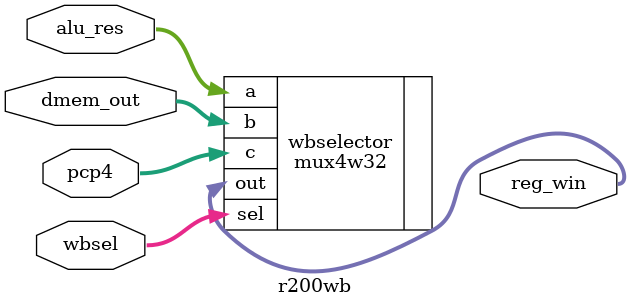
<source format=v>
module r200wb(
	wbsel,
	dmem_out,
	alu_res,
	pcp4,
	reg_win //instrn [11:7]
);
//input
input wire [1:0] wbsel;
input wire [31:0] dmem_out;
input wire [31:0] alu_res;
input wire [31:0] pcp4;
//output
output wire [31:0] reg_win;


mux4w32 wbselector( //select which data written into register
	.a(alu_res),
	.b(dmem_out),
	.c(pcp4),
	.sel(wbsel),
	.out(reg_win)
);

endmodule

</source>
